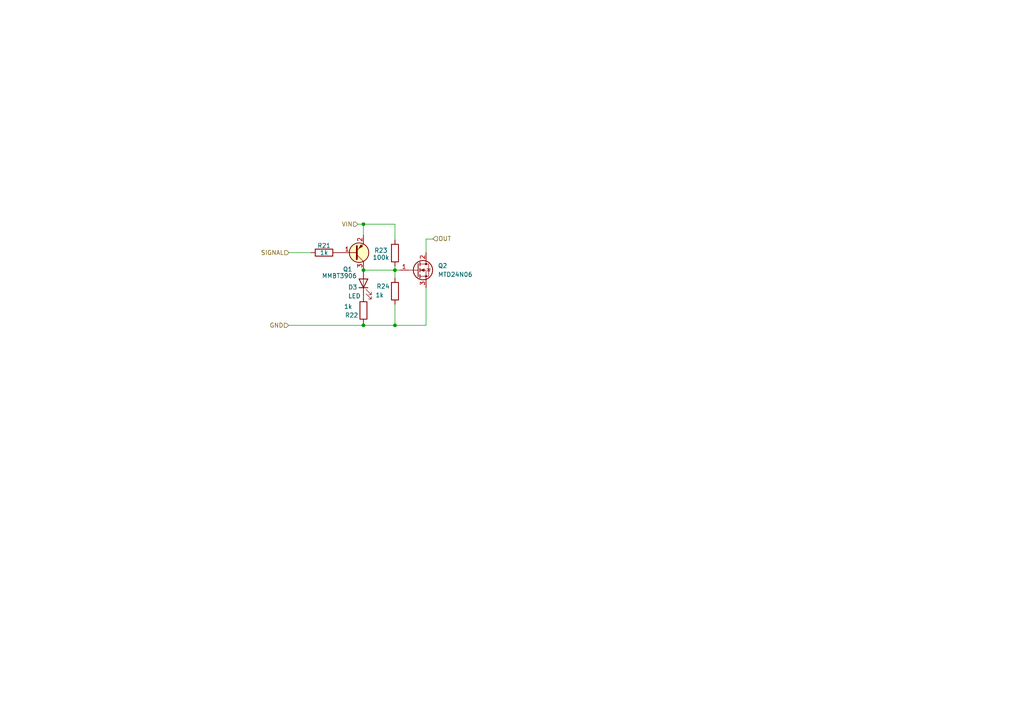
<source format=kicad_sch>
(kicad_sch (version 20230121) (generator eeschema)
  (paper "A4")
  (lib_symbols
    (symbol "Device:LED" (pin_numbers hide) (pin_names (offset 1.016) hide)
      (property "Reference" "D" (at 0 2.54 0))
      (property "Value" "LED" (at 0 -2.54 0))
      (symbol "LED_0_1"
        (polyline (pts (xy -1.27 -1.27) (xy -1.27 1.27)) (stroke (width 0.254)))
        (polyline (pts (xy -1.27 0) (xy 1.27 0)))
        (polyline (pts (xy 1.27 -1.27) (xy 1.27 1.27) (xy -1.27 0) (xy 1.27 -1.27)) (stroke (width 0.254)))
        (polyline (pts (xy -3.048 -0.762) (xy -4.572 -2.286) (xy -3.81 -2.286) (xy -4.572 -2.286) (xy -4.572 -1.524)))
        (polyline (pts (xy -1.778 -0.762) (xy -3.302 -2.286) (xy -2.54 -2.286) (xy -3.302 -2.286) (xy -3.302 -1.524)))
      )
      (symbol "LED_1_1"
        (pin passive line (at -3.81 0 0) (length 2.54) (name "K") (number "1"))
        (pin passive line (at 3.81 0 180) (length 2.54) (name "A") (number "2"))
      )
    )
    (symbol "Device:R" (pin_numbers hide) (pin_names (offset 0))
      (property "Reference" "R" (at 2.032 0 90))
      (property "Value" "R" (at 0 0 90))
      (symbol "R_0_1"
        (rectangle (start -1.016 -2.54) (end 1.016 2.54) (stroke (width 0.254)))
      )
      (symbol "R_1_1"
        (pin passive line (at 0 3.81 270) (length 1.27) (name "~") (number "1"))
        (pin passive line (at 0 -3.81 90) (length 1.27) (name "~") (number "2"))
      )
    )
    (symbol "PCM_Transistor_BJT_AKL:MMBT3906" (pin_names hide)
      (property "Reference" "Q" (at 5.08 1.27 0))
      (property "Value" "MMBT3906" (at 5.08 -1.27 0))
      (symbol "MMBT3906_0_1"
        (polyline (pts (xy 0.635 -0.635) (xy 2.54 -2.54)))
        (polyline (pts (xy 0.635 -1.905) (xy 0.635 1.905) (xy 0.635 1.905)) (stroke (width 0.508)))
        (polyline (pts (xy 0.635 0.635) (xy 2.54 2.54) (xy 2.54 2.54)))
        (polyline (pts (xy 2.286 1.778) (xy 1.778 2.286) (xy 1.27 1.27) (xy 2.286 1.778) (xy 2.286 1.778)) (fill (type outline)))
        (circle (center 1.27 0) (radius 2.8194) (stroke (width 0.254)) (fill (type background)))
      )
      (symbol "MMBT3906_1_1"
        (pin input line (at -5.08 0 0) (length 5.715) (name "B") (number "1"))
        (pin passive line (at 2.54 5.08 270) (length 2.54) (name "E") (number "2"))
        (pin passive line (at 2.54 -5.08 90) (length 2.54) (name "C") (number "3"))
      )
    )
    (symbol "Transistor_FET:QM6006D" (pin_names hide)
      (property "Reference" "Q" (at 5.08 1.905 0))
      (property "Value" "QM6006D" (at 5.08 0 0))
      (symbol "QM6006D_0_1"
        (polyline (pts (xy 0.254 0) (xy -2.54 0)))
        (polyline (pts (xy 0.254 1.905) (xy 0.254 -1.905)) (stroke (width 0.254)))
        (polyline (pts (xy 0.762 -1.27) (xy 0.762 -2.286)) (stroke (width 0.254)))
        (polyline (pts (xy 0.762 0.508) (xy 0.762 -0.508)) (stroke (width 0.254)))
        (polyline (pts (xy 0.762 2.286) (xy 0.762 1.27)) (stroke (width 0.254)))
        (polyline (pts (xy 2.54 2.54) (xy 2.54 1.778)))
        (polyline (pts (xy 2.54 -2.54) (xy 2.54 0) (xy 0.762 0)))
        (polyline (pts (xy 0.762 -1.778) (xy 3.302 -1.778) (xy 3.302 1.778) (xy 0.762 1.778)))
        (polyline (pts (xy 1.016 0) (xy 2.032 0.381) (xy 2.032 -0.381) (xy 1.016 0)) (fill (type outline)))
        (polyline (pts (xy 2.794 0.508) (xy 2.921 0.381) (xy 3.683 0.381) (xy 3.81 0.254)))
        (polyline (pts (xy 3.302 0.381) (xy 2.921 -0.254) (xy 3.683 -0.254) (xy 3.302 0.381)))
        (circle (center 1.651 0) (radius 2.794) (stroke (width 0.254)))
        (circle (center 2.54 -1.778) (radius 0.254) (fill (type outline)))
        (circle (center 2.54 1.778) (radius 0.254) (fill (type outline)))
      )
      (symbol "QM6006D_1_1"
        (pin input line (at -5.08 0 0) (length 2.54) (name "G") (number "1"))
        (pin passive line (at 2.54 5.08 270) (length 2.54) (name "D") (number "2"))
        (pin passive line (at 2.54 -5.08 90) (length 2.54) (name "S") (number "3"))
      )
    )
  )
  (junction (at 114.554 94.361))
  (junction (at 105.41 65.024))
  (junction (at 105.41 78.359))
  (junction (at 114.554 78.359))
  (junction (at 105.41 94.361))
  (wire (pts (xy 83.693 94.361) (xy 105.41 94.361)))
  (wire (pts (xy 105.41 78.359) (xy 114.554 78.359)))
  (wire (pts (xy 105.41 94.361) (xy 114.554 94.361)))
  (wire (pts (xy 114.554 77.216) (xy 114.554 78.359)))
  (wire (pts (xy 105.41 93.853) (xy 105.41 94.361)))
  (wire (pts (xy 114.554 78.359) (xy 115.951 78.359)))
  (wire (pts (xy 125.603 69.342) (xy 123.571 69.342)))
  (wire (pts (xy 114.554 69.596) (xy 114.554 65.024)))
  (wire (pts (xy 83.82 73.279) (xy 90.17 73.279)))
  (wire (pts (xy 105.41 65.024) (xy 105.41 68.199)))
  (wire (pts (xy 125.603 69.215) (xy 125.603 69.342)))
  (wire (pts (xy 123.571 73.279) (xy 123.571 69.342)))
  (wire (pts (xy 114.554 94.361) (xy 123.571 94.361)))
  (wire (pts (xy 123.571 83.439) (xy 123.571 94.361)))
  (wire (pts (xy 103.759 65.024) (xy 105.41 65.024)))
  (wire (pts (xy 114.554 65.024) (xy 105.41 65.024)))
  (wire (pts (xy 114.554 78.359) (xy 114.554 80.645)))
  (wire (pts (xy 105.41 85.979) (xy 105.41 86.233)))
  (wire (pts (xy 114.554 88.265) (xy 114.554 94.361)))
  (hierarchical_label "GND" (shape input) (at 83.693 94.361 180))
  (hierarchical_label "OUT" (shape input) (at 125.603 69.215 0))
  (hierarchical_label "SIGNAL" (shape input) (at 83.82 73.279 180))
  (hierarchical_label "VIN" (shape input) (at 103.759 65.024 180))
  (symbol (lib_id "Device:R") (at 93.98 73.279 90) (mirror x) (unit 1)
    (property "Reference" "R21" (at 93.98 71.247 90))
    (property "Value" "1k" (at 93.98 73.279 90))
    (property "Footprint" "Better_Handsolder:R_0805_2012Metric_Pad1.20x1.40mm_HandSolder_L" (effects hide))
    (instances (project "SRPDU-N8-v1.3" (path "" (reference "R21") (unit 1)) (path "" (reference "R25") (unit 1)) (path "" (reference "R29") (unit 1)) (path "" (reference "R33") (unit 1)) (path "" (reference "R37") (unit 1)) (path "" (reference "R41") (unit 1)) (path "" (reference "R45") (unit 1)) (path "" (reference "R49") (unit 1))))
  )
  (symbol (lib_id "Device:R") (at 105.41 90.043 0) (unit 1)
    (property "Reference" "R22" (at 101.981 91.44 0))
    (property "Value" "1k" (at 100.965 88.9 0))
    (property "Footprint" "Better_Handsolder:R_0805_2012Metric_Pad1.20x1.40mm_HandSolder_L" (effects hide))
    (instances (project "SRPDU-N8-v1.3" (path "" (reference "R22") (unit 1)) (path "" (reference "R26") (unit 1)) (path "" (reference "R30") (unit 1)) (path "" (reference "R34") (unit 1)) (path "" (reference "R38") (unit 1)) (path "" (reference "R42") (unit 1)) (path "" (reference "R46") (unit 1)) (path "" (reference "R50") (unit 1))))
  )
  (symbol (lib_id "Transistor_FET:QM6006D") (at 121.031 78.359 0) (unit 1)
    (property "Reference" "Q2" (at 127 77.089 0) (effects (justify left)))
    (property "Value" "MTD24N06" (at 127 79.629 0) (effects (justify left)))
    (property "Footprint" "Better_Handsolder:TO-252-2" (effects hide))
    (property "Datasheet" "http://www.jaolen.com/images/pdf/QM6006D.pdf" (effects hide))
    (instances (project "SRPDU-N8-v1.3" (path "" (reference "Q2") (unit 1)) (path "" (reference "Q4") (unit 1)) (path "" (reference "Q6") (unit 1)) (path "" (reference "Q8") (unit 1)) (path "" (reference "Q10") (unit 1)) (path "" (reference "Q12") (unit 1)) (path "" (reference "Q14") (unit 1)) (path "" (reference "Q16") (unit 1))))
  )
  (symbol (lib_id "Device:R") (at 114.554 73.406 0) (mirror x) (unit 1)
    (property "Reference" "R23" (at 110.49 72.644 0))
    (property "Value" "100k" (at 110.49 74.676 0))
    (property "Footprint" "Better_Handsolder:R_0805_2012Metric_Pad1.20x1.40mm_HandSolder_L" (effects hide))
    (instances (project "SRPDU-N8-v1.3" (path "" (reference "R23") (unit 1)) (path "" (reference "R27") (unit 1)) (path "" (reference "R31") (unit 1)) (path "" (reference "R35") (unit 1)) (path "" (reference "R39") (unit 1)) (path "" (reference "R43") (unit 1)) (path "" (reference "R47") (unit 1)) (path "" (reference "R51") (unit 1))))
  )
  (symbol (lib_id "Device:R") (at 114.554 84.455 0) (mirror x) (unit 1)
    (property "Reference" "R24" (at 111.125 83.058 0))
    (property "Value" "1k" (at 110.109 85.598 0))
    (property "Footprint" "Better_Handsolder:R_0805_2012Metric_Pad1.20x1.40mm_HandSolder_L" (effects hide))
    (instances (project "SRPDU-N8-v1.3" (path "" (reference "R24") (unit 1)) (path "" (reference "R28") (unit 1)) (path "" (reference "R32") (unit 1)) (path "" (reference "R36") (unit 1)) (path "" (reference "R40") (unit 1)) (path "" (reference "R44") (unit 1)) (path "" (reference "R48") (unit 1)) (path "" (reference "R52") (unit 1))))
  )
  (symbol (lib_id "Device:LED") (at 105.41 82.169 90) (unit 1)
    (property "Reference" "D3" (at 100.965 83.312 90) (effects (justify right)))
    (property "Value" "LED" (at 100.965 85.852 90) (effects (justify right)))
    (property "Footprint" "Better_Handsolder:LED_0805_2012Metric_Pad1.15x1.40mm_HandSolder" (effects hide))
    (instances (project "SRPDU-N8-v1.3" (path "" (reference "D3") (unit 1)) (path "" (reference "D4") (unit 1)) (path "" (reference "D5") (unit 1)) (path "" (reference "D6") (unit 1)) (path "" (reference "D7") (unit 1)) (path "" (reference "D8") (unit 1)) (path "" (reference "D9") (unit 1)) (path "" (reference "D10") (unit 1))))
  )
  (symbol (lib_id "PCM_Transistor_BJT_AKL:MMBT3906") (at 102.87 73.279 0) (unit 1)
    (property "Reference" "Q1" (at 99.441 78.105 0) (effects (justify left)))
    (property "Value" "MMBT3906" (at 93.345 80.01 0) (effects (justify left)))
    (property "Footprint" "Better_Handsolder:SOT-23" (effects hide))
    (property "Datasheet" "https://www.tme.eu/Document/1d69ece8147fa5a64114d103f531c790/2N3906BU.pdf" (effects hide))
    (instances (project "SRPDU-N8-v1.3" (path "" (reference "Q1") (unit 1)) (path "" (reference "Q3") (unit 1)) (path "" (reference "Q5") (unit 1)) (path "" (reference "Q7") (unit 1)) (path "" (reference "Q9") (unit 1)) (path "" (reference "Q11") (unit 1)) (path "" (reference "Q13") (unit 1)) (path "" (reference "Q15") (unit 1))))
  )
)
</source>
